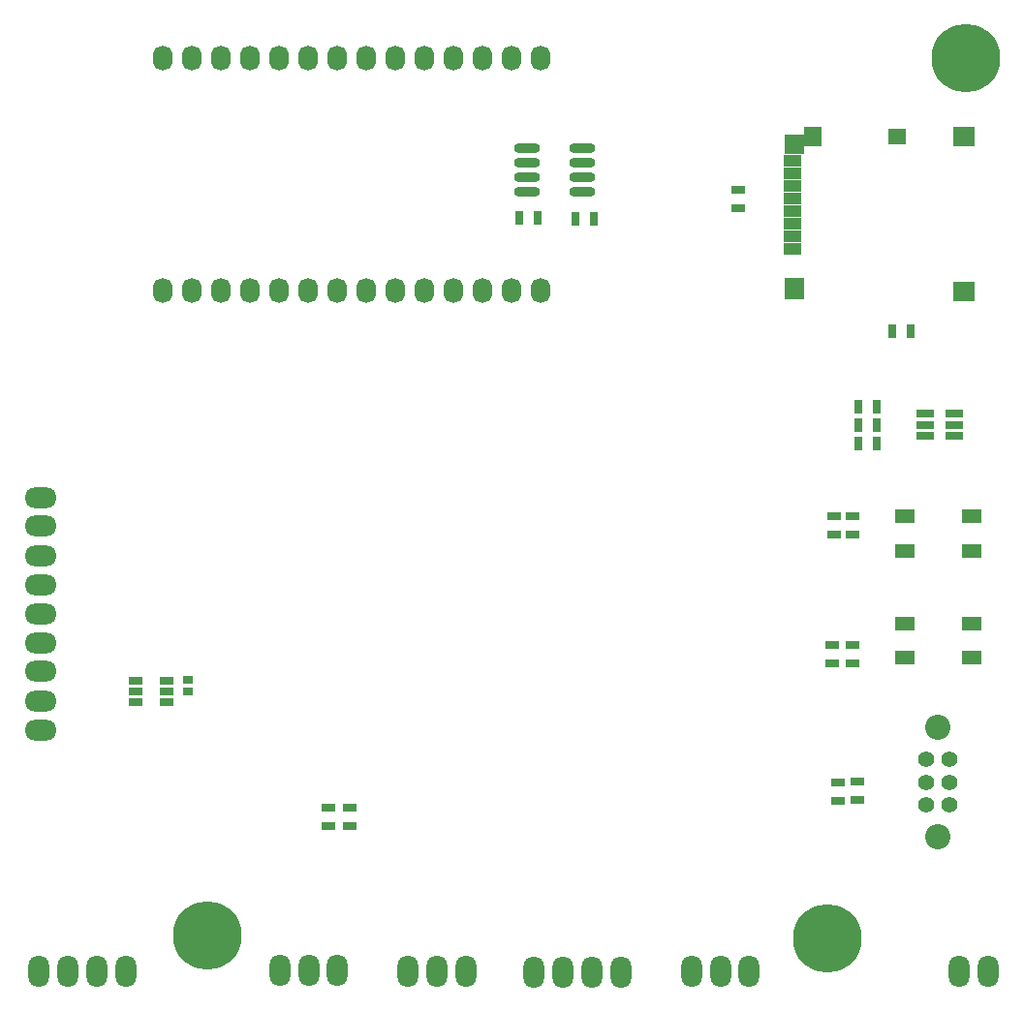
<source format=gts>
G04*
G04 #@! TF.GenerationSoftware,Altium Limited,Altium Designer,20.1.14 (287)*
G04*
G04 Layer_Color=8388736*
%FSLAX44Y44*%
%MOMM*%
G71*
G04*
G04 #@! TF.SameCoordinates,16ADFD51-ADDE-4969-A661-75AF1340BC1C*
G04*
G04*
G04 #@! TF.FilePolarity,Negative*
G04*
G01*
G75*
%ADD29R,0.8032X1.1532*%
%ADD30R,1.5032X0.8032*%
%ADD31R,0.8432X0.7032*%
%ADD32R,1.1532X0.8032*%
%ADD33R,1.7532X1.2032*%
%ADD34O,2.3032X0.8532*%
%ADD35R,1.2032X0.7032*%
%ADD36R,1.5032X1.7032*%
%ADD37R,1.9032X1.7032*%
%ADD38R,1.6032X1.4032*%
%ADD39R,1.7032X1.9032*%
%ADD40R,1.7032X1.8032*%
%ADD41R,1.6032X1.0032*%
%ADD42O,1.7032X2.2032*%
%ADD43O,2.8032X1.8032*%
%ADD44C,1.4032*%
%ADD45C,2.2032*%
%ADD46O,1.8032X2.8032*%
%ADD47C,6.0000*%
D29*
X772032Y493240D02*
D03*
X756032D02*
D03*
X772032Y509750D02*
D03*
X756032D02*
D03*
X772032Y525780D02*
D03*
X756032D02*
D03*
X801750Y592000D02*
D03*
X785750D02*
D03*
X525258Y690036D02*
D03*
X509258D02*
D03*
X476008Y690544D02*
D03*
X460009D02*
D03*
D30*
X814250Y519750D02*
D03*
Y509750D02*
D03*
X840250Y519250D02*
D03*
Y509750D02*
D03*
Y500250D02*
D03*
X814250D02*
D03*
D31*
X170510Y276640D02*
D03*
Y287240D02*
D03*
D32*
X755250Y197778D02*
D03*
Y181778D02*
D03*
X738500Y197250D02*
D03*
Y181250D02*
D03*
X751234Y301450D02*
D03*
Y317450D02*
D03*
X733484Y316950D02*
D03*
Y300950D02*
D03*
X734894Y414200D02*
D03*
Y430200D02*
D03*
X751490Y430017D02*
D03*
Y414017D02*
D03*
X651106Y699250D02*
D03*
Y715250D02*
D03*
X311500Y174750D02*
D03*
Y158750D02*
D03*
X293000Y175000D02*
D03*
Y159000D02*
D03*
D33*
X855658Y429560D02*
D03*
X796658D02*
D03*
Y399560D02*
D03*
X855658D02*
D03*
Y336339D02*
D03*
X796658D02*
D03*
Y306339D02*
D03*
X855658D02*
D03*
D34*
X466365Y751504D02*
D03*
Y738804D02*
D03*
Y726104D02*
D03*
Y713404D02*
D03*
X514865Y751504D02*
D03*
Y738804D02*
D03*
Y726104D02*
D03*
Y713404D02*
D03*
D35*
X124296Y267000D02*
D03*
Y276500D02*
D03*
Y286000D02*
D03*
X151296D02*
D03*
Y276500D02*
D03*
Y267000D02*
D03*
D36*
X716500Y761750D02*
D03*
D37*
X848500Y626750D02*
D03*
Y761750D02*
D03*
D38*
X790500D02*
D03*
D39*
X700000Y629250D02*
D03*
D40*
Y755250D02*
D03*
D41*
X699000Y663250D02*
D03*
Y674250D02*
D03*
Y685250D02*
D03*
Y696250D02*
D03*
Y707250D02*
D03*
Y718250D02*
D03*
Y729250D02*
D03*
Y740250D02*
D03*
D42*
X148600Y830650D02*
D03*
X174000D02*
D03*
X199400D02*
D03*
X224800D02*
D03*
X250200D02*
D03*
X275600D02*
D03*
X301000D02*
D03*
X326400D02*
D03*
X351800D02*
D03*
X377200D02*
D03*
X402600D02*
D03*
X428000D02*
D03*
X453400D02*
D03*
D03*
X148600Y627150D02*
D03*
X174000D02*
D03*
X199400D02*
D03*
X224800D02*
D03*
X250200D02*
D03*
X275600D02*
D03*
X301000D02*
D03*
X326400D02*
D03*
X351800D02*
D03*
X377200D02*
D03*
X402600D02*
D03*
X428000D02*
D03*
X453400D02*
D03*
X478800D02*
D03*
Y830650D02*
D03*
D43*
X41402Y243078D02*
D03*
Y319278D02*
D03*
Y294278D02*
D03*
Y268478D02*
D03*
Y395478D02*
D03*
Y421278D02*
D03*
Y446278D02*
D03*
Y370078D02*
D03*
Y344678D02*
D03*
D44*
X835500Y177250D02*
D03*
Y197250D02*
D03*
Y217250D02*
D03*
X815500Y177250D02*
D03*
Y197250D02*
D03*
Y217250D02*
D03*
D45*
X825500Y149250D02*
D03*
Y245250D02*
D03*
D46*
X844650Y32250D02*
D03*
X869650D02*
D03*
X40352Y32000D02*
D03*
X65752D02*
D03*
X116152D02*
D03*
X91152D02*
D03*
X300777Y32500D02*
D03*
X275777D02*
D03*
X250377D02*
D03*
X413250Y32250D02*
D03*
X388250D02*
D03*
X362850D02*
D03*
X523750Y31500D02*
D03*
X548750D02*
D03*
X498350D02*
D03*
X472950D02*
D03*
X610500Y31750D02*
D03*
X635900D02*
D03*
X660900D02*
D03*
D47*
X850000Y830000D02*
D03*
X729250Y60734D02*
D03*
X187500Y62984D02*
D03*
M02*

</source>
